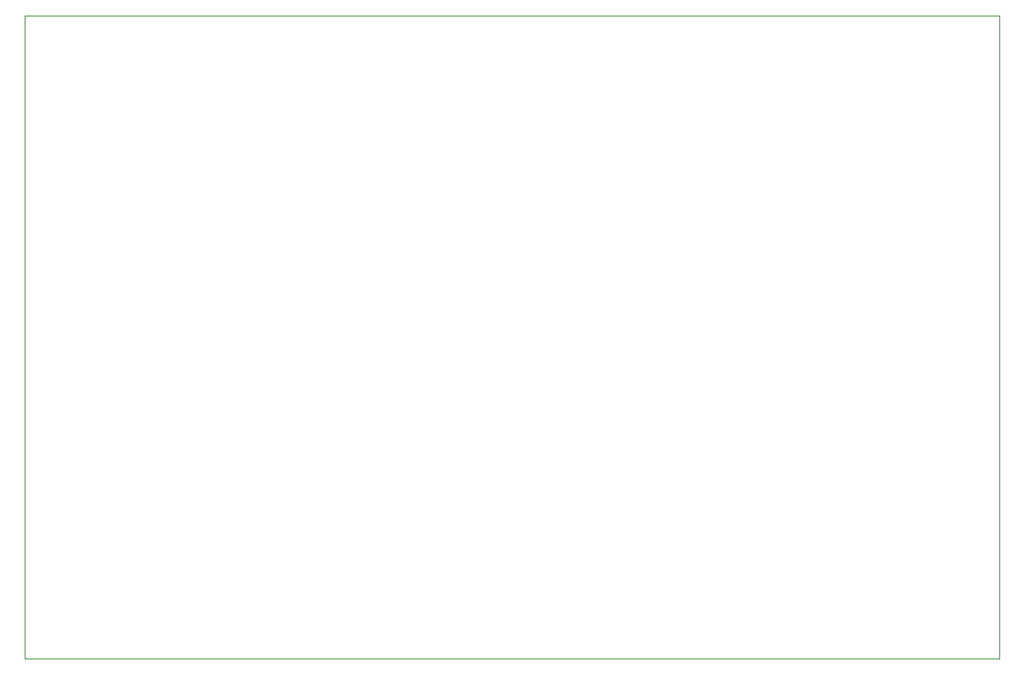
<source format=gbr>
G04*
G04 #@! TF.GenerationSoftware,Altium Limited,Altium Designer,23.7.1 (13)*
G04*
G04 Layer_Color=0*
%FSLAX44Y44*%
%MOMM*%
G71*
G04*
G04 #@! TF.SameCoordinates,6B1A5528-D298-446E-BE42-4F112F928972*
G04*
G04*
G04 #@! TF.FilePolarity,Positive*
G04*
G01*
G75*
%ADD38C,0.0254*%
D38*
X0Y0D02*
X1003500D01*
Y662250D01*
X0D01*
Y0D01*
M02*

</source>
